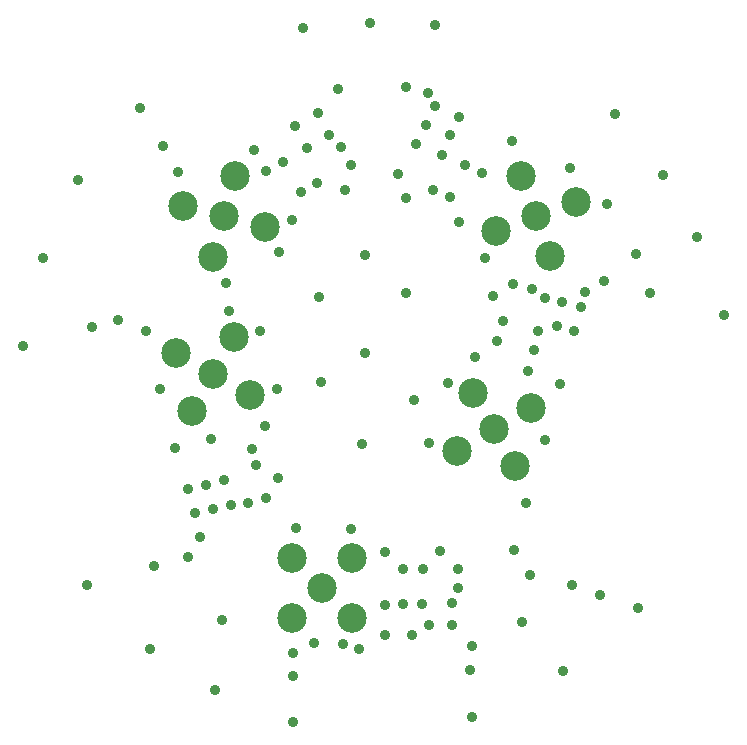
<source format=gbs>
G04 Layer_Color=16711935*
%FSLAX25Y25*%
%MOIN*%
G70*
G01*
G75*
%ADD51C,0.09855*%
%ADD52C,0.03500*%
D51*
X40082Y-17454D02*
D03*
X27834Y-24525D02*
D03*
X47153Y-29701D02*
D03*
X52329Y-10383D02*
D03*
X33011Y-5206D02*
D03*
X-7143Y-60379D02*
D03*
Y-80379D02*
D03*
X-27143D02*
D03*
Y-60379D02*
D03*
X-17143Y-70380D02*
D03*
X-53655Y924D02*
D03*
X-46584Y13171D02*
D03*
X-65902Y7994D02*
D03*
X-60726Y-11324D02*
D03*
X-41407Y-6148D02*
D03*
X-53560Y39840D02*
D03*
X-63560Y57160D02*
D03*
X-46240Y67160D02*
D03*
X-36240Y49840D02*
D03*
X-49900Y53500D02*
D03*
X54000Y53600D02*
D03*
X58837Y40311D02*
D03*
X67289Y58437D02*
D03*
X49163Y66889D02*
D03*
X40711Y48763D02*
D03*
D52*
X26200Y-75400D02*
D03*
X-53700Y-44100D02*
D03*
X-56000Y-36000D02*
D03*
X25400Y80700D02*
D03*
X17400Y84000D02*
D03*
X33800Y6600D02*
D03*
X61100Y17000D02*
D03*
X57000Y26300D02*
D03*
X62900Y24900D02*
D03*
X18069Y94554D02*
D03*
X-4957Y-90551D02*
D03*
X-23700Y116400D02*
D03*
X20500Y117400D02*
D03*
X-1300Y118100D02*
D03*
X-11900Y96000D02*
D03*
X10700Y96500D02*
D03*
X80500Y87500D02*
D03*
X116800Y20800D02*
D03*
X96300Y67200D02*
D03*
X107900Y46700D02*
D03*
X92000Y28100D02*
D03*
X76700Y32100D02*
D03*
X70400Y28200D02*
D03*
X87400Y41100D02*
D03*
X77800Y57800D02*
D03*
X65400Y69700D02*
D03*
X46200Y78500D02*
D03*
X28500Y86800D02*
D03*
X22700Y74100D02*
D03*
X14100Y77600D02*
D03*
X20400Y90200D02*
D03*
X8200Y67600D02*
D03*
X10900Y59800D02*
D03*
X19600Y62200D02*
D03*
X25500Y60000D02*
D03*
X28400Y51700D02*
D03*
X36200Y68000D02*
D03*
X30500Y70600D02*
D03*
X69000Y23300D02*
D03*
X66900Y15400D02*
D03*
X52600Y29200D02*
D03*
X46300Y30900D02*
D03*
X39600Y27100D02*
D03*
X43000Y18600D02*
D03*
X41200Y11900D02*
D03*
X54800Y15200D02*
D03*
X53300Y8900D02*
D03*
X51400Y2000D02*
D03*
X62200Y-2400D02*
D03*
X57100Y-21100D02*
D03*
X50900Y-42100D02*
D03*
X46800Y-57700D02*
D03*
X52100Y-66100D02*
D03*
X88200Y-76900D02*
D03*
X63000Y-98100D02*
D03*
X32800Y-113400D02*
D03*
X32700Y-89700D02*
D03*
X26100Y-82700D02*
D03*
X28000Y-70300D02*
D03*
Y-64100D02*
D03*
X22200Y-58100D02*
D03*
X16300Y-64100D02*
D03*
X9700Y-63900D02*
D03*
X3700Y-58500D02*
D03*
X16100Y-75800D02*
D03*
X18300Y-82800D02*
D03*
X9800Y-75800D02*
D03*
X3900Y-75900D02*
D03*
X12600Y-85900D02*
D03*
X3700D02*
D03*
X-10400Y-88900D02*
D03*
X-20000Y-88800D02*
D03*
X-27000Y-91900D02*
D03*
X-50500Y-81000D02*
D03*
X-73400Y-63000D02*
D03*
X-27000Y-115000D02*
D03*
X-26800Y-99800D02*
D03*
X32200Y-97600D02*
D03*
X75400Y-72700D02*
D03*
X-53000Y-104400D02*
D03*
X-74700Y-90700D02*
D03*
X-95500Y-69500D02*
D03*
X-62000Y-60100D02*
D03*
X-57800Y-53200D02*
D03*
X-59600Y-45400D02*
D03*
X-62000Y-37400D02*
D03*
X-47500Y-42700D02*
D03*
X-49900Y-34400D02*
D03*
X-41900Y-42000D02*
D03*
X-35800Y-40500D02*
D03*
X-31800Y-33700D02*
D03*
X-39100Y-29500D02*
D03*
X-40600Y-23900D02*
D03*
X-36100Y-16400D02*
D03*
X-54100Y-20800D02*
D03*
X-66300Y-23700D02*
D03*
X-71100Y-4000D02*
D03*
X-75800Y15300D02*
D03*
X-85400Y19100D02*
D03*
X-93900Y16700D02*
D03*
X-116900Y10200D02*
D03*
X-110400Y39800D02*
D03*
X-98700Y65500D02*
D03*
X-78000Y89600D02*
D03*
X-70100Y77000D02*
D03*
X-65200Y68200D02*
D03*
X-39900Y75600D02*
D03*
X-26400Y83600D02*
D03*
X-18700Y87900D02*
D03*
X-14800Y80800D02*
D03*
X-22400Y76400D02*
D03*
X-18800Y64500D02*
D03*
X-30200Y71700D02*
D03*
X-24400Y61800D02*
D03*
X-35800Y68600D02*
D03*
X-10900Y76600D02*
D03*
X-7500Y70700D02*
D03*
X-9700Y62200D02*
D03*
X-27200Y52400D02*
D03*
X66000Y-69400D02*
D03*
X49300Y-81700D02*
D03*
X-31700Y41800D02*
D03*
X-49100Y31200D02*
D03*
X-48400Y22100D02*
D03*
X-38000Y15400D02*
D03*
X37100Y39700D02*
D03*
X24600Y-2100D02*
D03*
X18500Y-22000D02*
D03*
X-7500Y-50600D02*
D03*
X-26000Y-50400D02*
D03*
X-32100Y-3900D02*
D03*
X-18300Y26700D02*
D03*
X10900Y27900D02*
D03*
X-2900Y40500D02*
D03*
X-3000Y8100D02*
D03*
X-17500Y-1600D02*
D03*
X13500Y-7700D02*
D03*
X-3800Y-22300D02*
D03*
M02*

</source>
